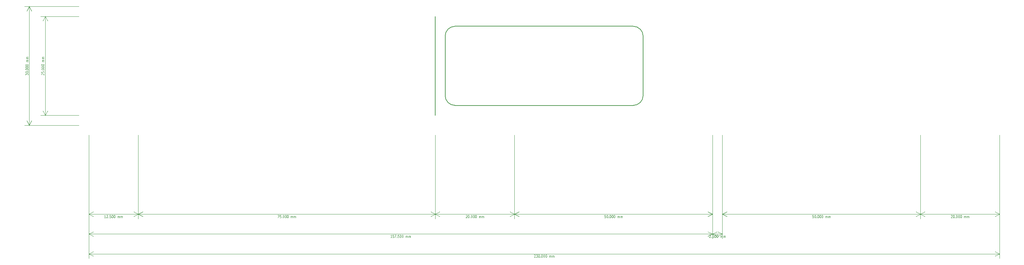
<source format=gbr>
G04 #@! TF.FileFunction,Drawing*
%FSLAX46Y46*%
G04 Gerber Fmt 4.6, Leading zero omitted, Abs format (unit mm)*
G04 Created by KiCad (PCBNEW 4.0.7-e2-6376~61~ubuntu18.04.1) date Fri Jul  6 14:55:34 2018*
%MOMM*%
%LPD*%
G01*
G04 APERTURE LIST*
%ADD10C,0.100000*%
%ADD11C,0.120000*%
%ADD12C,0.200000*%
G04 APERTURE END LIST*
D10*
D11*
X196733333Y-122773333D02*
X196759523Y-122740000D01*
X196811904Y-122706667D01*
X196942857Y-122706667D01*
X196995238Y-122740000D01*
X197021428Y-122773333D01*
X197047619Y-122840000D01*
X197047619Y-122906667D01*
X197021428Y-123006667D01*
X196707142Y-123406667D01*
X197047619Y-123406667D01*
X197283333Y-123340000D02*
X197309524Y-123373333D01*
X197283333Y-123406667D01*
X197257143Y-123373333D01*
X197283333Y-123340000D01*
X197283333Y-123406667D01*
X197807143Y-122706667D02*
X197545238Y-122706667D01*
X197519048Y-123040000D01*
X197545238Y-123006667D01*
X197597619Y-122973333D01*
X197728572Y-122973333D01*
X197780953Y-123006667D01*
X197807143Y-123040000D01*
X197833334Y-123106667D01*
X197833334Y-123273333D01*
X197807143Y-123340000D01*
X197780953Y-123373333D01*
X197728572Y-123406667D01*
X197597619Y-123406667D01*
X197545238Y-123373333D01*
X197519048Y-123340000D01*
X198173810Y-122706667D02*
X198226191Y-122706667D01*
X198278572Y-122740000D01*
X198304763Y-122773333D01*
X198330953Y-122840000D01*
X198357144Y-122973333D01*
X198357144Y-123140000D01*
X198330953Y-123273333D01*
X198304763Y-123340000D01*
X198278572Y-123373333D01*
X198226191Y-123406667D01*
X198173810Y-123406667D01*
X198121429Y-123373333D01*
X198095239Y-123340000D01*
X198069048Y-123273333D01*
X198042858Y-123140000D01*
X198042858Y-122973333D01*
X198069048Y-122840000D01*
X198095239Y-122773333D01*
X198121429Y-122740000D01*
X198173810Y-122706667D01*
X198697620Y-122706667D02*
X198750001Y-122706667D01*
X198802382Y-122740000D01*
X198828573Y-122773333D01*
X198854763Y-122840000D01*
X198880954Y-122973333D01*
X198880954Y-123140000D01*
X198854763Y-123273333D01*
X198828573Y-123340000D01*
X198802382Y-123373333D01*
X198750001Y-123406667D01*
X198697620Y-123406667D01*
X198645239Y-123373333D01*
X198619049Y-123340000D01*
X198592858Y-123273333D01*
X198566668Y-123140000D01*
X198566668Y-122973333D01*
X198592858Y-122840000D01*
X198619049Y-122773333D01*
X198645239Y-122740000D01*
X198697620Y-122706667D01*
X199535716Y-123406667D02*
X199535716Y-122940000D01*
X199535716Y-123006667D02*
X199561907Y-122973333D01*
X199614288Y-122940000D01*
X199692859Y-122940000D01*
X199745240Y-122973333D01*
X199771431Y-123040000D01*
X199771431Y-123406667D01*
X199771431Y-123040000D02*
X199797621Y-122973333D01*
X199850002Y-122940000D01*
X199928574Y-122940000D01*
X199980954Y-122973333D01*
X200007145Y-123040000D01*
X200007145Y-123406667D01*
X200269049Y-123406667D02*
X200269049Y-122940000D01*
X200269049Y-123006667D02*
X200295240Y-122973333D01*
X200347621Y-122940000D01*
X200426192Y-122940000D01*
X200478573Y-122973333D01*
X200504764Y-123040000D01*
X200504764Y-123406667D01*
X200504764Y-123040000D02*
X200530954Y-122973333D01*
X200583335Y-122940000D01*
X200661907Y-122940000D01*
X200714287Y-122973333D01*
X200740478Y-123040000D01*
X200740478Y-123406667D01*
X197500000Y-122500000D02*
X200000000Y-122500000D01*
X197500000Y-97500000D02*
X197500000Y-123680000D01*
X200000000Y-97500000D02*
X200000000Y-123680000D01*
X200000000Y-122500000D02*
X198873496Y-123086421D01*
X200000000Y-122500000D02*
X198873496Y-121913579D01*
X197500000Y-122500000D02*
X198626504Y-123086421D01*
X197500000Y-122500000D02*
X198626504Y-121913579D01*
X152459523Y-127773333D02*
X152485713Y-127740000D01*
X152538094Y-127706667D01*
X152669047Y-127706667D01*
X152721428Y-127740000D01*
X152747618Y-127773333D01*
X152773809Y-127840000D01*
X152773809Y-127906667D01*
X152747618Y-128006667D01*
X152433332Y-128406667D01*
X152773809Y-128406667D01*
X152957142Y-127706667D02*
X153297619Y-127706667D01*
X153114285Y-127973333D01*
X153192857Y-127973333D01*
X153245238Y-128006667D01*
X153271428Y-128040000D01*
X153297619Y-128106667D01*
X153297619Y-128273333D01*
X153271428Y-128340000D01*
X153245238Y-128373333D01*
X153192857Y-128406667D01*
X153035714Y-128406667D01*
X152983333Y-128373333D01*
X152957142Y-128340000D01*
X153638095Y-127706667D02*
X153690476Y-127706667D01*
X153742857Y-127740000D01*
X153769048Y-127773333D01*
X153795238Y-127840000D01*
X153821429Y-127973333D01*
X153821429Y-128140000D01*
X153795238Y-128273333D01*
X153769048Y-128340000D01*
X153742857Y-128373333D01*
X153690476Y-128406667D01*
X153638095Y-128406667D01*
X153585714Y-128373333D01*
X153559524Y-128340000D01*
X153533333Y-128273333D01*
X153507143Y-128140000D01*
X153507143Y-127973333D01*
X153533333Y-127840000D01*
X153559524Y-127773333D01*
X153585714Y-127740000D01*
X153638095Y-127706667D01*
X154057143Y-128340000D02*
X154083334Y-128373333D01*
X154057143Y-128406667D01*
X154030953Y-128373333D01*
X154057143Y-128340000D01*
X154057143Y-128406667D01*
X154423810Y-127706667D02*
X154476191Y-127706667D01*
X154528572Y-127740000D01*
X154554763Y-127773333D01*
X154580953Y-127840000D01*
X154607144Y-127973333D01*
X154607144Y-128140000D01*
X154580953Y-128273333D01*
X154554763Y-128340000D01*
X154528572Y-128373333D01*
X154476191Y-128406667D01*
X154423810Y-128406667D01*
X154371429Y-128373333D01*
X154345239Y-128340000D01*
X154319048Y-128273333D01*
X154292858Y-128140000D01*
X154292858Y-127973333D01*
X154319048Y-127840000D01*
X154345239Y-127773333D01*
X154371429Y-127740000D01*
X154423810Y-127706667D01*
X154947620Y-127706667D02*
X155000001Y-127706667D01*
X155052382Y-127740000D01*
X155078573Y-127773333D01*
X155104763Y-127840000D01*
X155130954Y-127973333D01*
X155130954Y-128140000D01*
X155104763Y-128273333D01*
X155078573Y-128340000D01*
X155052382Y-128373333D01*
X155000001Y-128406667D01*
X154947620Y-128406667D01*
X154895239Y-128373333D01*
X154869049Y-128340000D01*
X154842858Y-128273333D01*
X154816668Y-128140000D01*
X154816668Y-127973333D01*
X154842858Y-127840000D01*
X154869049Y-127773333D01*
X154895239Y-127740000D01*
X154947620Y-127706667D01*
X155471430Y-127706667D02*
X155523811Y-127706667D01*
X155576192Y-127740000D01*
X155602383Y-127773333D01*
X155628573Y-127840000D01*
X155654764Y-127973333D01*
X155654764Y-128140000D01*
X155628573Y-128273333D01*
X155602383Y-128340000D01*
X155576192Y-128373333D01*
X155523811Y-128406667D01*
X155471430Y-128406667D01*
X155419049Y-128373333D01*
X155392859Y-128340000D01*
X155366668Y-128273333D01*
X155340478Y-128140000D01*
X155340478Y-127973333D01*
X155366668Y-127840000D01*
X155392859Y-127773333D01*
X155419049Y-127740000D01*
X155471430Y-127706667D01*
X156309526Y-128406667D02*
X156309526Y-127940000D01*
X156309526Y-128006667D02*
X156335717Y-127973333D01*
X156388098Y-127940000D01*
X156466669Y-127940000D01*
X156519050Y-127973333D01*
X156545241Y-128040000D01*
X156545241Y-128406667D01*
X156545241Y-128040000D02*
X156571431Y-127973333D01*
X156623812Y-127940000D01*
X156702384Y-127940000D01*
X156754764Y-127973333D01*
X156780955Y-128040000D01*
X156780955Y-128406667D01*
X157042859Y-128406667D02*
X157042859Y-127940000D01*
X157042859Y-128006667D02*
X157069050Y-127973333D01*
X157121431Y-127940000D01*
X157200002Y-127940000D01*
X157252383Y-127973333D01*
X157278574Y-128040000D01*
X157278574Y-128406667D01*
X157278574Y-128040000D02*
X157304764Y-127973333D01*
X157357145Y-127940000D01*
X157435717Y-127940000D01*
X157488097Y-127973333D01*
X157514288Y-128040000D01*
X157514288Y-128406667D01*
X40000000Y-127500000D02*
X270000000Y-127500000D01*
X40000000Y-97500000D02*
X40000000Y-128680000D01*
X270000000Y-97500000D02*
X270000000Y-128680000D01*
X270000000Y-127500000D02*
X268873496Y-128086421D01*
X270000000Y-127500000D02*
X268873496Y-126913579D01*
X40000000Y-127500000D02*
X41126504Y-128086421D01*
X40000000Y-127500000D02*
X41126504Y-126913579D01*
X257721428Y-117773333D02*
X257747618Y-117740000D01*
X257799999Y-117706667D01*
X257930952Y-117706667D01*
X257983333Y-117740000D01*
X258009523Y-117773333D01*
X258035714Y-117840000D01*
X258035714Y-117906667D01*
X258009523Y-118006667D01*
X257695237Y-118406667D01*
X258035714Y-118406667D01*
X258376190Y-117706667D02*
X258428571Y-117706667D01*
X258480952Y-117740000D01*
X258507143Y-117773333D01*
X258533333Y-117840000D01*
X258559524Y-117973333D01*
X258559524Y-118140000D01*
X258533333Y-118273333D01*
X258507143Y-118340000D01*
X258480952Y-118373333D01*
X258428571Y-118406667D01*
X258376190Y-118406667D01*
X258323809Y-118373333D01*
X258297619Y-118340000D01*
X258271428Y-118273333D01*
X258245238Y-118140000D01*
X258245238Y-117973333D01*
X258271428Y-117840000D01*
X258297619Y-117773333D01*
X258323809Y-117740000D01*
X258376190Y-117706667D01*
X258795238Y-118340000D02*
X258821429Y-118373333D01*
X258795238Y-118406667D01*
X258769048Y-118373333D01*
X258795238Y-118340000D01*
X258795238Y-118406667D01*
X259161905Y-117706667D02*
X259214286Y-117706667D01*
X259266667Y-117740000D01*
X259292858Y-117773333D01*
X259319048Y-117840000D01*
X259345239Y-117973333D01*
X259345239Y-118140000D01*
X259319048Y-118273333D01*
X259292858Y-118340000D01*
X259266667Y-118373333D01*
X259214286Y-118406667D01*
X259161905Y-118406667D01*
X259109524Y-118373333D01*
X259083334Y-118340000D01*
X259057143Y-118273333D01*
X259030953Y-118140000D01*
X259030953Y-117973333D01*
X259057143Y-117840000D01*
X259083334Y-117773333D01*
X259109524Y-117740000D01*
X259161905Y-117706667D01*
X259685715Y-117706667D02*
X259738096Y-117706667D01*
X259790477Y-117740000D01*
X259816668Y-117773333D01*
X259842858Y-117840000D01*
X259869049Y-117973333D01*
X259869049Y-118140000D01*
X259842858Y-118273333D01*
X259816668Y-118340000D01*
X259790477Y-118373333D01*
X259738096Y-118406667D01*
X259685715Y-118406667D01*
X259633334Y-118373333D01*
X259607144Y-118340000D01*
X259580953Y-118273333D01*
X259554763Y-118140000D01*
X259554763Y-117973333D01*
X259580953Y-117840000D01*
X259607144Y-117773333D01*
X259633334Y-117740000D01*
X259685715Y-117706667D01*
X260209525Y-117706667D02*
X260261906Y-117706667D01*
X260314287Y-117740000D01*
X260340478Y-117773333D01*
X260366668Y-117840000D01*
X260392859Y-117973333D01*
X260392859Y-118140000D01*
X260366668Y-118273333D01*
X260340478Y-118340000D01*
X260314287Y-118373333D01*
X260261906Y-118406667D01*
X260209525Y-118406667D01*
X260157144Y-118373333D01*
X260130954Y-118340000D01*
X260104763Y-118273333D01*
X260078573Y-118140000D01*
X260078573Y-117973333D01*
X260104763Y-117840000D01*
X260130954Y-117773333D01*
X260157144Y-117740000D01*
X260209525Y-117706667D01*
X261047621Y-118406667D02*
X261047621Y-117940000D01*
X261047621Y-118006667D02*
X261073812Y-117973333D01*
X261126193Y-117940000D01*
X261204764Y-117940000D01*
X261257145Y-117973333D01*
X261283336Y-118040000D01*
X261283336Y-118406667D01*
X261283336Y-118040000D02*
X261309526Y-117973333D01*
X261361907Y-117940000D01*
X261440479Y-117940000D01*
X261492859Y-117973333D01*
X261519050Y-118040000D01*
X261519050Y-118406667D01*
X261780954Y-118406667D02*
X261780954Y-117940000D01*
X261780954Y-118006667D02*
X261807145Y-117973333D01*
X261859526Y-117940000D01*
X261938097Y-117940000D01*
X261990478Y-117973333D01*
X262016669Y-118040000D01*
X262016669Y-118406667D01*
X262016669Y-118040000D02*
X262042859Y-117973333D01*
X262095240Y-117940000D01*
X262173812Y-117940000D01*
X262226192Y-117973333D01*
X262252383Y-118040000D01*
X262252383Y-118406667D01*
X250000000Y-117500000D02*
X270000000Y-117500000D01*
X250000000Y-97500000D02*
X250000000Y-118680000D01*
X270000000Y-97500000D02*
X270000000Y-118680000D01*
X270000000Y-117500000D02*
X268873496Y-118086421D01*
X270000000Y-117500000D02*
X268873496Y-116913579D01*
X250000000Y-117500000D02*
X251126504Y-118086421D01*
X250000000Y-117500000D02*
X251126504Y-116913579D01*
X223009523Y-117706667D02*
X222747618Y-117706667D01*
X222721428Y-118040000D01*
X222747618Y-118006667D01*
X222799999Y-117973333D01*
X222930952Y-117973333D01*
X222983333Y-118006667D01*
X223009523Y-118040000D01*
X223035714Y-118106667D01*
X223035714Y-118273333D01*
X223009523Y-118340000D01*
X222983333Y-118373333D01*
X222930952Y-118406667D01*
X222799999Y-118406667D01*
X222747618Y-118373333D01*
X222721428Y-118340000D01*
X223376190Y-117706667D02*
X223428571Y-117706667D01*
X223480952Y-117740000D01*
X223507143Y-117773333D01*
X223533333Y-117840000D01*
X223559524Y-117973333D01*
X223559524Y-118140000D01*
X223533333Y-118273333D01*
X223507143Y-118340000D01*
X223480952Y-118373333D01*
X223428571Y-118406667D01*
X223376190Y-118406667D01*
X223323809Y-118373333D01*
X223297619Y-118340000D01*
X223271428Y-118273333D01*
X223245238Y-118140000D01*
X223245238Y-117973333D01*
X223271428Y-117840000D01*
X223297619Y-117773333D01*
X223323809Y-117740000D01*
X223376190Y-117706667D01*
X223795238Y-118340000D02*
X223821429Y-118373333D01*
X223795238Y-118406667D01*
X223769048Y-118373333D01*
X223795238Y-118340000D01*
X223795238Y-118406667D01*
X224161905Y-117706667D02*
X224214286Y-117706667D01*
X224266667Y-117740000D01*
X224292858Y-117773333D01*
X224319048Y-117840000D01*
X224345239Y-117973333D01*
X224345239Y-118140000D01*
X224319048Y-118273333D01*
X224292858Y-118340000D01*
X224266667Y-118373333D01*
X224214286Y-118406667D01*
X224161905Y-118406667D01*
X224109524Y-118373333D01*
X224083334Y-118340000D01*
X224057143Y-118273333D01*
X224030953Y-118140000D01*
X224030953Y-117973333D01*
X224057143Y-117840000D01*
X224083334Y-117773333D01*
X224109524Y-117740000D01*
X224161905Y-117706667D01*
X224685715Y-117706667D02*
X224738096Y-117706667D01*
X224790477Y-117740000D01*
X224816668Y-117773333D01*
X224842858Y-117840000D01*
X224869049Y-117973333D01*
X224869049Y-118140000D01*
X224842858Y-118273333D01*
X224816668Y-118340000D01*
X224790477Y-118373333D01*
X224738096Y-118406667D01*
X224685715Y-118406667D01*
X224633334Y-118373333D01*
X224607144Y-118340000D01*
X224580953Y-118273333D01*
X224554763Y-118140000D01*
X224554763Y-117973333D01*
X224580953Y-117840000D01*
X224607144Y-117773333D01*
X224633334Y-117740000D01*
X224685715Y-117706667D01*
X225209525Y-117706667D02*
X225261906Y-117706667D01*
X225314287Y-117740000D01*
X225340478Y-117773333D01*
X225366668Y-117840000D01*
X225392859Y-117973333D01*
X225392859Y-118140000D01*
X225366668Y-118273333D01*
X225340478Y-118340000D01*
X225314287Y-118373333D01*
X225261906Y-118406667D01*
X225209525Y-118406667D01*
X225157144Y-118373333D01*
X225130954Y-118340000D01*
X225104763Y-118273333D01*
X225078573Y-118140000D01*
X225078573Y-117973333D01*
X225104763Y-117840000D01*
X225130954Y-117773333D01*
X225157144Y-117740000D01*
X225209525Y-117706667D01*
X226047621Y-118406667D02*
X226047621Y-117940000D01*
X226047621Y-118006667D02*
X226073812Y-117973333D01*
X226126193Y-117940000D01*
X226204764Y-117940000D01*
X226257145Y-117973333D01*
X226283336Y-118040000D01*
X226283336Y-118406667D01*
X226283336Y-118040000D02*
X226309526Y-117973333D01*
X226361907Y-117940000D01*
X226440479Y-117940000D01*
X226492859Y-117973333D01*
X226519050Y-118040000D01*
X226519050Y-118406667D01*
X226780954Y-118406667D02*
X226780954Y-117940000D01*
X226780954Y-118006667D02*
X226807145Y-117973333D01*
X226859526Y-117940000D01*
X226938097Y-117940000D01*
X226990478Y-117973333D01*
X227016669Y-118040000D01*
X227016669Y-118406667D01*
X227016669Y-118040000D02*
X227042859Y-117973333D01*
X227095240Y-117940000D01*
X227173812Y-117940000D01*
X227226192Y-117973333D01*
X227252383Y-118040000D01*
X227252383Y-118406667D01*
X200000000Y-117500000D02*
X250000000Y-117500000D01*
X200000000Y-97500000D02*
X200000000Y-118680000D01*
X250000000Y-97500000D02*
X250000000Y-118680000D01*
X250000000Y-117500000D02*
X248873496Y-118086421D01*
X250000000Y-117500000D02*
X248873496Y-116913579D01*
X200000000Y-117500000D02*
X201126504Y-118086421D01*
X200000000Y-117500000D02*
X201126504Y-116913579D01*
X24025018Y-82304763D02*
X24025018Y-81964286D01*
X24291684Y-82147620D01*
X24291684Y-82069048D01*
X24325018Y-82016667D01*
X24358351Y-81990477D01*
X24425018Y-81964286D01*
X24591684Y-81964286D01*
X24658351Y-81990477D01*
X24691684Y-82016667D01*
X24725018Y-82069048D01*
X24725018Y-82226191D01*
X24691684Y-82278572D01*
X24658351Y-82304763D01*
X24025018Y-81623810D02*
X24025018Y-81571429D01*
X24058351Y-81519048D01*
X24091684Y-81492857D01*
X24158351Y-81466667D01*
X24291684Y-81440476D01*
X24458351Y-81440476D01*
X24591684Y-81466667D01*
X24658351Y-81492857D01*
X24691684Y-81519048D01*
X24725018Y-81571429D01*
X24725018Y-81623810D01*
X24691684Y-81676191D01*
X24658351Y-81702381D01*
X24591684Y-81728572D01*
X24458351Y-81754762D01*
X24291684Y-81754762D01*
X24158351Y-81728572D01*
X24091684Y-81702381D01*
X24058351Y-81676191D01*
X24025018Y-81623810D01*
X24658351Y-81204762D02*
X24691684Y-81178571D01*
X24725018Y-81204762D01*
X24691684Y-81230952D01*
X24658351Y-81204762D01*
X24725018Y-81204762D01*
X24025018Y-80838095D02*
X24025018Y-80785714D01*
X24058351Y-80733333D01*
X24091684Y-80707142D01*
X24158351Y-80680952D01*
X24291684Y-80654761D01*
X24458351Y-80654761D01*
X24591684Y-80680952D01*
X24658351Y-80707142D01*
X24691684Y-80733333D01*
X24725018Y-80785714D01*
X24725018Y-80838095D01*
X24691684Y-80890476D01*
X24658351Y-80916666D01*
X24591684Y-80942857D01*
X24458351Y-80969047D01*
X24291684Y-80969047D01*
X24158351Y-80942857D01*
X24091684Y-80916666D01*
X24058351Y-80890476D01*
X24025018Y-80838095D01*
X24025018Y-80314285D02*
X24025018Y-80261904D01*
X24058351Y-80209523D01*
X24091684Y-80183332D01*
X24158351Y-80157142D01*
X24291684Y-80130951D01*
X24458351Y-80130951D01*
X24591684Y-80157142D01*
X24658351Y-80183332D01*
X24691684Y-80209523D01*
X24725018Y-80261904D01*
X24725018Y-80314285D01*
X24691684Y-80366666D01*
X24658351Y-80392856D01*
X24591684Y-80419047D01*
X24458351Y-80445237D01*
X24291684Y-80445237D01*
X24158351Y-80419047D01*
X24091684Y-80392856D01*
X24058351Y-80366666D01*
X24025018Y-80314285D01*
X24025018Y-79790475D02*
X24025018Y-79738094D01*
X24058351Y-79685713D01*
X24091684Y-79659522D01*
X24158351Y-79633332D01*
X24291684Y-79607141D01*
X24458351Y-79607141D01*
X24591684Y-79633332D01*
X24658351Y-79659522D01*
X24691684Y-79685713D01*
X24725018Y-79738094D01*
X24725018Y-79790475D01*
X24691684Y-79842856D01*
X24658351Y-79869046D01*
X24591684Y-79895237D01*
X24458351Y-79921427D01*
X24291684Y-79921427D01*
X24158351Y-79895237D01*
X24091684Y-79869046D01*
X24058351Y-79842856D01*
X24025018Y-79790475D01*
X24725018Y-78952379D02*
X24258351Y-78952379D01*
X24325018Y-78952379D02*
X24291684Y-78926188D01*
X24258351Y-78873807D01*
X24258351Y-78795236D01*
X24291684Y-78742855D01*
X24358351Y-78716664D01*
X24725018Y-78716664D01*
X24358351Y-78716664D02*
X24291684Y-78690474D01*
X24258351Y-78638093D01*
X24258351Y-78559521D01*
X24291684Y-78507141D01*
X24358351Y-78480950D01*
X24725018Y-78480950D01*
X24725018Y-78219046D02*
X24258351Y-78219046D01*
X24325018Y-78219046D02*
X24291684Y-78192855D01*
X24258351Y-78140474D01*
X24258351Y-78061903D01*
X24291684Y-78009522D01*
X24358351Y-77983331D01*
X24725018Y-77983331D01*
X24358351Y-77983331D02*
X24291684Y-77957141D01*
X24258351Y-77904760D01*
X24258351Y-77826188D01*
X24291684Y-77773808D01*
X24358351Y-77747617D01*
X24725018Y-77747617D01*
X24998351Y-95000000D02*
X24998351Y-65000000D01*
X37500000Y-95000000D02*
X23818351Y-95000000D01*
X37500000Y-65000000D02*
X23818351Y-65000000D01*
X24998351Y-65000000D02*
X25584772Y-66126504D01*
X24998351Y-65000000D02*
X24411930Y-66126504D01*
X24998351Y-95000000D02*
X25584772Y-93873496D01*
X24998351Y-95000000D02*
X24411930Y-93873496D01*
X28093333Y-82278572D02*
X28060000Y-82252382D01*
X28026667Y-82200001D01*
X28026667Y-82069048D01*
X28060000Y-82016667D01*
X28093333Y-81990477D01*
X28160000Y-81964286D01*
X28226667Y-81964286D01*
X28326667Y-81990477D01*
X28726667Y-82304763D01*
X28726667Y-81964286D01*
X28026667Y-81466667D02*
X28026667Y-81728572D01*
X28360000Y-81754762D01*
X28326667Y-81728572D01*
X28293333Y-81676191D01*
X28293333Y-81545238D01*
X28326667Y-81492857D01*
X28360000Y-81466667D01*
X28426667Y-81440476D01*
X28593333Y-81440476D01*
X28660000Y-81466667D01*
X28693333Y-81492857D01*
X28726667Y-81545238D01*
X28726667Y-81676191D01*
X28693333Y-81728572D01*
X28660000Y-81754762D01*
X28660000Y-81204762D02*
X28693333Y-81178571D01*
X28726667Y-81204762D01*
X28693333Y-81230952D01*
X28660000Y-81204762D01*
X28726667Y-81204762D01*
X28026667Y-80838095D02*
X28026667Y-80785714D01*
X28060000Y-80733333D01*
X28093333Y-80707142D01*
X28160000Y-80680952D01*
X28293333Y-80654761D01*
X28460000Y-80654761D01*
X28593333Y-80680952D01*
X28660000Y-80707142D01*
X28693333Y-80733333D01*
X28726667Y-80785714D01*
X28726667Y-80838095D01*
X28693333Y-80890476D01*
X28660000Y-80916666D01*
X28593333Y-80942857D01*
X28460000Y-80969047D01*
X28293333Y-80969047D01*
X28160000Y-80942857D01*
X28093333Y-80916666D01*
X28060000Y-80890476D01*
X28026667Y-80838095D01*
X28026667Y-80314285D02*
X28026667Y-80261904D01*
X28060000Y-80209523D01*
X28093333Y-80183332D01*
X28160000Y-80157142D01*
X28293333Y-80130951D01*
X28460000Y-80130951D01*
X28593333Y-80157142D01*
X28660000Y-80183332D01*
X28693333Y-80209523D01*
X28726667Y-80261904D01*
X28726667Y-80314285D01*
X28693333Y-80366666D01*
X28660000Y-80392856D01*
X28593333Y-80419047D01*
X28460000Y-80445237D01*
X28293333Y-80445237D01*
X28160000Y-80419047D01*
X28093333Y-80392856D01*
X28060000Y-80366666D01*
X28026667Y-80314285D01*
X28026667Y-79790475D02*
X28026667Y-79738094D01*
X28060000Y-79685713D01*
X28093333Y-79659522D01*
X28160000Y-79633332D01*
X28293333Y-79607141D01*
X28460000Y-79607141D01*
X28593333Y-79633332D01*
X28660000Y-79659522D01*
X28693333Y-79685713D01*
X28726667Y-79738094D01*
X28726667Y-79790475D01*
X28693333Y-79842856D01*
X28660000Y-79869046D01*
X28593333Y-79895237D01*
X28460000Y-79921427D01*
X28293333Y-79921427D01*
X28160000Y-79895237D01*
X28093333Y-79869046D01*
X28060000Y-79842856D01*
X28026667Y-79790475D01*
X28726667Y-78952379D02*
X28260000Y-78952379D01*
X28326667Y-78952379D02*
X28293333Y-78926188D01*
X28260000Y-78873807D01*
X28260000Y-78795236D01*
X28293333Y-78742855D01*
X28360000Y-78716664D01*
X28726667Y-78716664D01*
X28360000Y-78716664D02*
X28293333Y-78690474D01*
X28260000Y-78638093D01*
X28260000Y-78559521D01*
X28293333Y-78507141D01*
X28360000Y-78480950D01*
X28726667Y-78480950D01*
X28726667Y-78219046D02*
X28260000Y-78219046D01*
X28326667Y-78219046D02*
X28293333Y-78192855D01*
X28260000Y-78140474D01*
X28260000Y-78061903D01*
X28293333Y-78009522D01*
X28360000Y-77983331D01*
X28726667Y-77983331D01*
X28360000Y-77983331D02*
X28293333Y-77957141D01*
X28260000Y-77904760D01*
X28260000Y-77826188D01*
X28293333Y-77773808D01*
X28360000Y-77747617D01*
X28726667Y-77747617D01*
X29000000Y-92500000D02*
X29000000Y-67500000D01*
X37500000Y-92500000D02*
X27820000Y-92500000D01*
X37500000Y-67500000D02*
X27820000Y-67500000D01*
X29000000Y-67500000D02*
X29586421Y-68626504D01*
X29000000Y-67500000D02*
X28413579Y-68626504D01*
X29000000Y-92500000D02*
X29586421Y-91373496D01*
X29000000Y-92500000D02*
X28413579Y-91373496D01*
X44285714Y-118406667D02*
X43971428Y-118406667D01*
X44128571Y-118406667D02*
X44128571Y-117706667D01*
X44076190Y-117806667D01*
X44023809Y-117873333D01*
X43971428Y-117906667D01*
X44495238Y-117773333D02*
X44521428Y-117740000D01*
X44573809Y-117706667D01*
X44704762Y-117706667D01*
X44757143Y-117740000D01*
X44783333Y-117773333D01*
X44809524Y-117840000D01*
X44809524Y-117906667D01*
X44783333Y-118006667D01*
X44469047Y-118406667D01*
X44809524Y-118406667D01*
X45045238Y-118340000D02*
X45071429Y-118373333D01*
X45045238Y-118406667D01*
X45019048Y-118373333D01*
X45045238Y-118340000D01*
X45045238Y-118406667D01*
X45569048Y-117706667D02*
X45307143Y-117706667D01*
X45280953Y-118040000D01*
X45307143Y-118006667D01*
X45359524Y-117973333D01*
X45490477Y-117973333D01*
X45542858Y-118006667D01*
X45569048Y-118040000D01*
X45595239Y-118106667D01*
X45595239Y-118273333D01*
X45569048Y-118340000D01*
X45542858Y-118373333D01*
X45490477Y-118406667D01*
X45359524Y-118406667D01*
X45307143Y-118373333D01*
X45280953Y-118340000D01*
X45935715Y-117706667D02*
X45988096Y-117706667D01*
X46040477Y-117740000D01*
X46066668Y-117773333D01*
X46092858Y-117840000D01*
X46119049Y-117973333D01*
X46119049Y-118140000D01*
X46092858Y-118273333D01*
X46066668Y-118340000D01*
X46040477Y-118373333D01*
X45988096Y-118406667D01*
X45935715Y-118406667D01*
X45883334Y-118373333D01*
X45857144Y-118340000D01*
X45830953Y-118273333D01*
X45804763Y-118140000D01*
X45804763Y-117973333D01*
X45830953Y-117840000D01*
X45857144Y-117773333D01*
X45883334Y-117740000D01*
X45935715Y-117706667D01*
X46459525Y-117706667D02*
X46511906Y-117706667D01*
X46564287Y-117740000D01*
X46590478Y-117773333D01*
X46616668Y-117840000D01*
X46642859Y-117973333D01*
X46642859Y-118140000D01*
X46616668Y-118273333D01*
X46590478Y-118340000D01*
X46564287Y-118373333D01*
X46511906Y-118406667D01*
X46459525Y-118406667D01*
X46407144Y-118373333D01*
X46380954Y-118340000D01*
X46354763Y-118273333D01*
X46328573Y-118140000D01*
X46328573Y-117973333D01*
X46354763Y-117840000D01*
X46380954Y-117773333D01*
X46407144Y-117740000D01*
X46459525Y-117706667D01*
X47297621Y-118406667D02*
X47297621Y-117940000D01*
X47297621Y-118006667D02*
X47323812Y-117973333D01*
X47376193Y-117940000D01*
X47454764Y-117940000D01*
X47507145Y-117973333D01*
X47533336Y-118040000D01*
X47533336Y-118406667D01*
X47533336Y-118040000D02*
X47559526Y-117973333D01*
X47611907Y-117940000D01*
X47690479Y-117940000D01*
X47742859Y-117973333D01*
X47769050Y-118040000D01*
X47769050Y-118406667D01*
X48030954Y-118406667D02*
X48030954Y-117940000D01*
X48030954Y-118006667D02*
X48057145Y-117973333D01*
X48109526Y-117940000D01*
X48188097Y-117940000D01*
X48240478Y-117973333D01*
X48266669Y-118040000D01*
X48266669Y-118406667D01*
X48266669Y-118040000D02*
X48292859Y-117973333D01*
X48345240Y-117940000D01*
X48423812Y-117940000D01*
X48476192Y-117973333D01*
X48502383Y-118040000D01*
X48502383Y-118406667D01*
X40000000Y-117500000D02*
X52500000Y-117500000D01*
X40000000Y-97500000D02*
X40000000Y-118680000D01*
X52500000Y-97500000D02*
X52500000Y-118680000D01*
X52500000Y-117500000D02*
X51373496Y-118086421D01*
X52500000Y-117500000D02*
X51373496Y-116913579D01*
X40000000Y-117500000D02*
X41126504Y-118086421D01*
X40000000Y-117500000D02*
X41126504Y-116913579D01*
X87695237Y-117706667D02*
X88061904Y-117706667D01*
X87826190Y-118406667D01*
X88533333Y-117706667D02*
X88271428Y-117706667D01*
X88245238Y-118040000D01*
X88271428Y-118006667D01*
X88323809Y-117973333D01*
X88454762Y-117973333D01*
X88507143Y-118006667D01*
X88533333Y-118040000D01*
X88559524Y-118106667D01*
X88559524Y-118273333D01*
X88533333Y-118340000D01*
X88507143Y-118373333D01*
X88454762Y-118406667D01*
X88323809Y-118406667D01*
X88271428Y-118373333D01*
X88245238Y-118340000D01*
X88795238Y-118340000D02*
X88821429Y-118373333D01*
X88795238Y-118406667D01*
X88769048Y-118373333D01*
X88795238Y-118340000D01*
X88795238Y-118406667D01*
X89161905Y-117706667D02*
X89214286Y-117706667D01*
X89266667Y-117740000D01*
X89292858Y-117773333D01*
X89319048Y-117840000D01*
X89345239Y-117973333D01*
X89345239Y-118140000D01*
X89319048Y-118273333D01*
X89292858Y-118340000D01*
X89266667Y-118373333D01*
X89214286Y-118406667D01*
X89161905Y-118406667D01*
X89109524Y-118373333D01*
X89083334Y-118340000D01*
X89057143Y-118273333D01*
X89030953Y-118140000D01*
X89030953Y-117973333D01*
X89057143Y-117840000D01*
X89083334Y-117773333D01*
X89109524Y-117740000D01*
X89161905Y-117706667D01*
X89685715Y-117706667D02*
X89738096Y-117706667D01*
X89790477Y-117740000D01*
X89816668Y-117773333D01*
X89842858Y-117840000D01*
X89869049Y-117973333D01*
X89869049Y-118140000D01*
X89842858Y-118273333D01*
X89816668Y-118340000D01*
X89790477Y-118373333D01*
X89738096Y-118406667D01*
X89685715Y-118406667D01*
X89633334Y-118373333D01*
X89607144Y-118340000D01*
X89580953Y-118273333D01*
X89554763Y-118140000D01*
X89554763Y-117973333D01*
X89580953Y-117840000D01*
X89607144Y-117773333D01*
X89633334Y-117740000D01*
X89685715Y-117706667D01*
X90209525Y-117706667D02*
X90261906Y-117706667D01*
X90314287Y-117740000D01*
X90340478Y-117773333D01*
X90366668Y-117840000D01*
X90392859Y-117973333D01*
X90392859Y-118140000D01*
X90366668Y-118273333D01*
X90340478Y-118340000D01*
X90314287Y-118373333D01*
X90261906Y-118406667D01*
X90209525Y-118406667D01*
X90157144Y-118373333D01*
X90130954Y-118340000D01*
X90104763Y-118273333D01*
X90078573Y-118140000D01*
X90078573Y-117973333D01*
X90104763Y-117840000D01*
X90130954Y-117773333D01*
X90157144Y-117740000D01*
X90209525Y-117706667D01*
X91047621Y-118406667D02*
X91047621Y-117940000D01*
X91047621Y-118006667D02*
X91073812Y-117973333D01*
X91126193Y-117940000D01*
X91204764Y-117940000D01*
X91257145Y-117973333D01*
X91283336Y-118040000D01*
X91283336Y-118406667D01*
X91283336Y-118040000D02*
X91309526Y-117973333D01*
X91361907Y-117940000D01*
X91440479Y-117940000D01*
X91492859Y-117973333D01*
X91519050Y-118040000D01*
X91519050Y-118406667D01*
X91780954Y-118406667D02*
X91780954Y-117940000D01*
X91780954Y-118006667D02*
X91807145Y-117973333D01*
X91859526Y-117940000D01*
X91938097Y-117940000D01*
X91990478Y-117973333D01*
X92016669Y-118040000D01*
X92016669Y-118406667D01*
X92016669Y-118040000D02*
X92042859Y-117973333D01*
X92095240Y-117940000D01*
X92173812Y-117940000D01*
X92226192Y-117973333D01*
X92252383Y-118040000D01*
X92252383Y-118406667D01*
X52500000Y-117500000D02*
X127500000Y-117500000D01*
X52500000Y-97500000D02*
X52500000Y-118680000D01*
X127500000Y-97500000D02*
X127500000Y-118680000D01*
X127500000Y-117500000D02*
X126373496Y-118086421D01*
X127500000Y-117500000D02*
X126373496Y-116913579D01*
X52500000Y-117500000D02*
X53626504Y-118086421D01*
X52500000Y-117500000D02*
X53626504Y-116913579D01*
X135221428Y-117773333D02*
X135247618Y-117740000D01*
X135299999Y-117706667D01*
X135430952Y-117706667D01*
X135483333Y-117740000D01*
X135509523Y-117773333D01*
X135535714Y-117840000D01*
X135535714Y-117906667D01*
X135509523Y-118006667D01*
X135195237Y-118406667D01*
X135535714Y-118406667D01*
X135876190Y-117706667D02*
X135928571Y-117706667D01*
X135980952Y-117740000D01*
X136007143Y-117773333D01*
X136033333Y-117840000D01*
X136059524Y-117973333D01*
X136059524Y-118140000D01*
X136033333Y-118273333D01*
X136007143Y-118340000D01*
X135980952Y-118373333D01*
X135928571Y-118406667D01*
X135876190Y-118406667D01*
X135823809Y-118373333D01*
X135797619Y-118340000D01*
X135771428Y-118273333D01*
X135745238Y-118140000D01*
X135745238Y-117973333D01*
X135771428Y-117840000D01*
X135797619Y-117773333D01*
X135823809Y-117740000D01*
X135876190Y-117706667D01*
X136295238Y-118340000D02*
X136321429Y-118373333D01*
X136295238Y-118406667D01*
X136269048Y-118373333D01*
X136295238Y-118340000D01*
X136295238Y-118406667D01*
X136661905Y-117706667D02*
X136714286Y-117706667D01*
X136766667Y-117740000D01*
X136792858Y-117773333D01*
X136819048Y-117840000D01*
X136845239Y-117973333D01*
X136845239Y-118140000D01*
X136819048Y-118273333D01*
X136792858Y-118340000D01*
X136766667Y-118373333D01*
X136714286Y-118406667D01*
X136661905Y-118406667D01*
X136609524Y-118373333D01*
X136583334Y-118340000D01*
X136557143Y-118273333D01*
X136530953Y-118140000D01*
X136530953Y-117973333D01*
X136557143Y-117840000D01*
X136583334Y-117773333D01*
X136609524Y-117740000D01*
X136661905Y-117706667D01*
X137185715Y-117706667D02*
X137238096Y-117706667D01*
X137290477Y-117740000D01*
X137316668Y-117773333D01*
X137342858Y-117840000D01*
X137369049Y-117973333D01*
X137369049Y-118140000D01*
X137342858Y-118273333D01*
X137316668Y-118340000D01*
X137290477Y-118373333D01*
X137238096Y-118406667D01*
X137185715Y-118406667D01*
X137133334Y-118373333D01*
X137107144Y-118340000D01*
X137080953Y-118273333D01*
X137054763Y-118140000D01*
X137054763Y-117973333D01*
X137080953Y-117840000D01*
X137107144Y-117773333D01*
X137133334Y-117740000D01*
X137185715Y-117706667D01*
X137709525Y-117706667D02*
X137761906Y-117706667D01*
X137814287Y-117740000D01*
X137840478Y-117773333D01*
X137866668Y-117840000D01*
X137892859Y-117973333D01*
X137892859Y-118140000D01*
X137866668Y-118273333D01*
X137840478Y-118340000D01*
X137814287Y-118373333D01*
X137761906Y-118406667D01*
X137709525Y-118406667D01*
X137657144Y-118373333D01*
X137630954Y-118340000D01*
X137604763Y-118273333D01*
X137578573Y-118140000D01*
X137578573Y-117973333D01*
X137604763Y-117840000D01*
X137630954Y-117773333D01*
X137657144Y-117740000D01*
X137709525Y-117706667D01*
X138547621Y-118406667D02*
X138547621Y-117940000D01*
X138547621Y-118006667D02*
X138573812Y-117973333D01*
X138626193Y-117940000D01*
X138704764Y-117940000D01*
X138757145Y-117973333D01*
X138783336Y-118040000D01*
X138783336Y-118406667D01*
X138783336Y-118040000D02*
X138809526Y-117973333D01*
X138861907Y-117940000D01*
X138940479Y-117940000D01*
X138992859Y-117973333D01*
X139019050Y-118040000D01*
X139019050Y-118406667D01*
X139280954Y-118406667D02*
X139280954Y-117940000D01*
X139280954Y-118006667D02*
X139307145Y-117973333D01*
X139359526Y-117940000D01*
X139438097Y-117940000D01*
X139490478Y-117973333D01*
X139516669Y-118040000D01*
X139516669Y-118406667D01*
X139516669Y-118040000D02*
X139542859Y-117973333D01*
X139595240Y-117940000D01*
X139673812Y-117940000D01*
X139726192Y-117973333D01*
X139752383Y-118040000D01*
X139752383Y-118406667D01*
X127500000Y-117500000D02*
X147500000Y-117500000D01*
X127500000Y-97500000D02*
X127500000Y-118680000D01*
X147500000Y-97500000D02*
X147500000Y-118680000D01*
X147500000Y-117500000D02*
X146373496Y-118086421D01*
X147500000Y-117500000D02*
X146373496Y-116913579D01*
X127500000Y-117500000D02*
X128626504Y-118086421D01*
X127500000Y-117500000D02*
X128626504Y-116913579D01*
X170509523Y-117706667D02*
X170247618Y-117706667D01*
X170221428Y-118040000D01*
X170247618Y-118006667D01*
X170299999Y-117973333D01*
X170430952Y-117973333D01*
X170483333Y-118006667D01*
X170509523Y-118040000D01*
X170535714Y-118106667D01*
X170535714Y-118273333D01*
X170509523Y-118340000D01*
X170483333Y-118373333D01*
X170430952Y-118406667D01*
X170299999Y-118406667D01*
X170247618Y-118373333D01*
X170221428Y-118340000D01*
X170876190Y-117706667D02*
X170928571Y-117706667D01*
X170980952Y-117740000D01*
X171007143Y-117773333D01*
X171033333Y-117840000D01*
X171059524Y-117973333D01*
X171059524Y-118140000D01*
X171033333Y-118273333D01*
X171007143Y-118340000D01*
X170980952Y-118373333D01*
X170928571Y-118406667D01*
X170876190Y-118406667D01*
X170823809Y-118373333D01*
X170797619Y-118340000D01*
X170771428Y-118273333D01*
X170745238Y-118140000D01*
X170745238Y-117973333D01*
X170771428Y-117840000D01*
X170797619Y-117773333D01*
X170823809Y-117740000D01*
X170876190Y-117706667D01*
X171295238Y-118340000D02*
X171321429Y-118373333D01*
X171295238Y-118406667D01*
X171269048Y-118373333D01*
X171295238Y-118340000D01*
X171295238Y-118406667D01*
X171661905Y-117706667D02*
X171714286Y-117706667D01*
X171766667Y-117740000D01*
X171792858Y-117773333D01*
X171819048Y-117840000D01*
X171845239Y-117973333D01*
X171845239Y-118140000D01*
X171819048Y-118273333D01*
X171792858Y-118340000D01*
X171766667Y-118373333D01*
X171714286Y-118406667D01*
X171661905Y-118406667D01*
X171609524Y-118373333D01*
X171583334Y-118340000D01*
X171557143Y-118273333D01*
X171530953Y-118140000D01*
X171530953Y-117973333D01*
X171557143Y-117840000D01*
X171583334Y-117773333D01*
X171609524Y-117740000D01*
X171661905Y-117706667D01*
X172185715Y-117706667D02*
X172238096Y-117706667D01*
X172290477Y-117740000D01*
X172316668Y-117773333D01*
X172342858Y-117840000D01*
X172369049Y-117973333D01*
X172369049Y-118140000D01*
X172342858Y-118273333D01*
X172316668Y-118340000D01*
X172290477Y-118373333D01*
X172238096Y-118406667D01*
X172185715Y-118406667D01*
X172133334Y-118373333D01*
X172107144Y-118340000D01*
X172080953Y-118273333D01*
X172054763Y-118140000D01*
X172054763Y-117973333D01*
X172080953Y-117840000D01*
X172107144Y-117773333D01*
X172133334Y-117740000D01*
X172185715Y-117706667D01*
X172709525Y-117706667D02*
X172761906Y-117706667D01*
X172814287Y-117740000D01*
X172840478Y-117773333D01*
X172866668Y-117840000D01*
X172892859Y-117973333D01*
X172892859Y-118140000D01*
X172866668Y-118273333D01*
X172840478Y-118340000D01*
X172814287Y-118373333D01*
X172761906Y-118406667D01*
X172709525Y-118406667D01*
X172657144Y-118373333D01*
X172630954Y-118340000D01*
X172604763Y-118273333D01*
X172578573Y-118140000D01*
X172578573Y-117973333D01*
X172604763Y-117840000D01*
X172630954Y-117773333D01*
X172657144Y-117740000D01*
X172709525Y-117706667D01*
X173547621Y-118406667D02*
X173547621Y-117940000D01*
X173547621Y-118006667D02*
X173573812Y-117973333D01*
X173626193Y-117940000D01*
X173704764Y-117940000D01*
X173757145Y-117973333D01*
X173783336Y-118040000D01*
X173783336Y-118406667D01*
X173783336Y-118040000D02*
X173809526Y-117973333D01*
X173861907Y-117940000D01*
X173940479Y-117940000D01*
X173992859Y-117973333D01*
X174019050Y-118040000D01*
X174019050Y-118406667D01*
X174280954Y-118406667D02*
X174280954Y-117940000D01*
X174280954Y-118006667D02*
X174307145Y-117973333D01*
X174359526Y-117940000D01*
X174438097Y-117940000D01*
X174490478Y-117973333D01*
X174516669Y-118040000D01*
X174516669Y-118406667D01*
X174516669Y-118040000D02*
X174542859Y-117973333D01*
X174595240Y-117940000D01*
X174673812Y-117940000D01*
X174726192Y-117973333D01*
X174752383Y-118040000D01*
X174752383Y-118406667D01*
X147500000Y-117500000D02*
X197500000Y-117500000D01*
X147500000Y-97500000D02*
X147500000Y-118680000D01*
X197500000Y-97500000D02*
X197500000Y-118680000D01*
X197500000Y-117500000D02*
X196373496Y-118086421D01*
X197500000Y-117500000D02*
X196373496Y-116913579D01*
X147500000Y-117500000D02*
X148626504Y-118086421D01*
X147500000Y-117500000D02*
X148626504Y-116913579D01*
X116523809Y-123406667D02*
X116209523Y-123406667D01*
X116366666Y-123406667D02*
X116366666Y-122706667D01*
X116314285Y-122806667D01*
X116261904Y-122873333D01*
X116209523Y-122906667D01*
X117021428Y-122706667D02*
X116759523Y-122706667D01*
X116733333Y-123040000D01*
X116759523Y-123006667D01*
X116811904Y-122973333D01*
X116942857Y-122973333D01*
X116995238Y-123006667D01*
X117021428Y-123040000D01*
X117047619Y-123106667D01*
X117047619Y-123273333D01*
X117021428Y-123340000D01*
X116995238Y-123373333D01*
X116942857Y-123406667D01*
X116811904Y-123406667D01*
X116759523Y-123373333D01*
X116733333Y-123340000D01*
X117230952Y-122706667D02*
X117597619Y-122706667D01*
X117361905Y-123406667D01*
X117807143Y-123340000D02*
X117833334Y-123373333D01*
X117807143Y-123406667D01*
X117780953Y-123373333D01*
X117807143Y-123340000D01*
X117807143Y-123406667D01*
X118330953Y-122706667D02*
X118069048Y-122706667D01*
X118042858Y-123040000D01*
X118069048Y-123006667D01*
X118121429Y-122973333D01*
X118252382Y-122973333D01*
X118304763Y-123006667D01*
X118330953Y-123040000D01*
X118357144Y-123106667D01*
X118357144Y-123273333D01*
X118330953Y-123340000D01*
X118304763Y-123373333D01*
X118252382Y-123406667D01*
X118121429Y-123406667D01*
X118069048Y-123373333D01*
X118042858Y-123340000D01*
X118697620Y-122706667D02*
X118750001Y-122706667D01*
X118802382Y-122740000D01*
X118828573Y-122773333D01*
X118854763Y-122840000D01*
X118880954Y-122973333D01*
X118880954Y-123140000D01*
X118854763Y-123273333D01*
X118828573Y-123340000D01*
X118802382Y-123373333D01*
X118750001Y-123406667D01*
X118697620Y-123406667D01*
X118645239Y-123373333D01*
X118619049Y-123340000D01*
X118592858Y-123273333D01*
X118566668Y-123140000D01*
X118566668Y-122973333D01*
X118592858Y-122840000D01*
X118619049Y-122773333D01*
X118645239Y-122740000D01*
X118697620Y-122706667D01*
X119221430Y-122706667D02*
X119273811Y-122706667D01*
X119326192Y-122740000D01*
X119352383Y-122773333D01*
X119378573Y-122840000D01*
X119404764Y-122973333D01*
X119404764Y-123140000D01*
X119378573Y-123273333D01*
X119352383Y-123340000D01*
X119326192Y-123373333D01*
X119273811Y-123406667D01*
X119221430Y-123406667D01*
X119169049Y-123373333D01*
X119142859Y-123340000D01*
X119116668Y-123273333D01*
X119090478Y-123140000D01*
X119090478Y-122973333D01*
X119116668Y-122840000D01*
X119142859Y-122773333D01*
X119169049Y-122740000D01*
X119221430Y-122706667D01*
X120059526Y-123406667D02*
X120059526Y-122940000D01*
X120059526Y-123006667D02*
X120085717Y-122973333D01*
X120138098Y-122940000D01*
X120216669Y-122940000D01*
X120269050Y-122973333D01*
X120295241Y-123040000D01*
X120295241Y-123406667D01*
X120295241Y-123040000D02*
X120321431Y-122973333D01*
X120373812Y-122940000D01*
X120452384Y-122940000D01*
X120504764Y-122973333D01*
X120530955Y-123040000D01*
X120530955Y-123406667D01*
X120792859Y-123406667D02*
X120792859Y-122940000D01*
X120792859Y-123006667D02*
X120819050Y-122973333D01*
X120871431Y-122940000D01*
X120950002Y-122940000D01*
X121002383Y-122973333D01*
X121028574Y-123040000D01*
X121028574Y-123406667D01*
X121028574Y-123040000D02*
X121054764Y-122973333D01*
X121107145Y-122940000D01*
X121185717Y-122940000D01*
X121238097Y-122973333D01*
X121264288Y-123040000D01*
X121264288Y-123406667D01*
X40000000Y-122500000D02*
X197500000Y-122500000D01*
X40000000Y-97500000D02*
X40000000Y-123680000D01*
X197500000Y-97500000D02*
X197500000Y-123680000D01*
X197500000Y-122500000D02*
X196373496Y-123086421D01*
X197500000Y-122500000D02*
X196373496Y-121913579D01*
X40000000Y-122500000D02*
X41126504Y-123086421D01*
X40000000Y-122500000D02*
X41126504Y-121913579D01*
D12*
X127500000Y-67500000D02*
X127500000Y-92500000D01*
X177500000Y-70000000D02*
X132500000Y-70000000D01*
X180000000Y-87500000D02*
X180000000Y-72500000D01*
X132500000Y-90000000D02*
X177500000Y-90000000D01*
X130000000Y-72500000D02*
X130000000Y-87500000D01*
X177500000Y-90000000D02*
G75*
G03X180000000Y-87500000I0J2500000D01*
G01*
X180000000Y-72500000D02*
G75*
G03X177500000Y-70000000I-2500000J0D01*
G01*
X132500000Y-70000000D02*
G75*
G03X130000000Y-72500000I0J-2500000D01*
G01*
X130000000Y-87500000D02*
G75*
G03X132500000Y-90000000I2500000J0D01*
G01*
M02*

</source>
